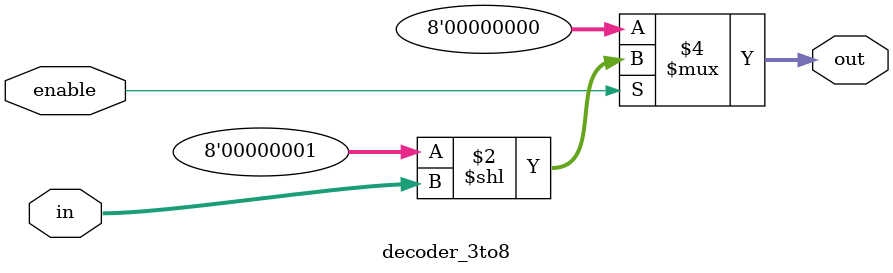
<source format=sv>

module decoder_3to8 (
    input logic [2:0] in, // 3-bit input
    input logic       enable, // Active-high enable
    output logic [7:0] out  // 8-bit one-hot output
);

always_comb begin
if (enable)
out = 8'b00000001 << in;  // one-hot encoded output
else
out = 8'b00000000;  // All outputs off if disabled
end
endmodule 
</source>
